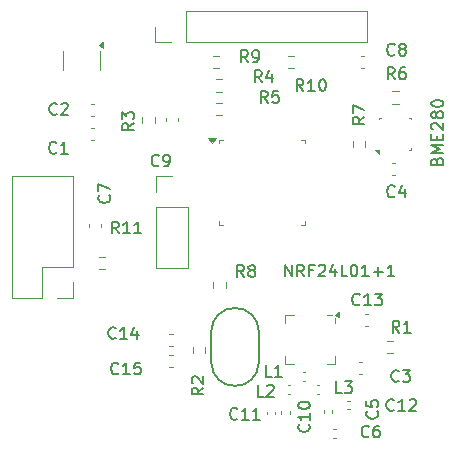
<source format=gbr>
%TF.GenerationSoftware,KiCad,Pcbnew,8.0.4*%
%TF.CreationDate,2024-11-27T18:51:44-06:00*%
%TF.ProjectId,TempReader_w_I2C.kicad_sch,54656d70-5265-4616-9465-725f775f4932,rev?*%
%TF.SameCoordinates,Original*%
%TF.FileFunction,Legend,Top*%
%TF.FilePolarity,Positive*%
%FSLAX46Y46*%
G04 Gerber Fmt 4.6, Leading zero omitted, Abs format (unit mm)*
G04 Created by KiCad (PCBNEW 8.0.4) date 2024-11-27 18:51:44*
%MOMM*%
%LPD*%
G01*
G04 APERTURE LIST*
%ADD10C,0.150000*%
%ADD11C,0.120000*%
%ADD12C,0.127000*%
%ADD13C,0.100000*%
G04 APERTURE END LIST*
D10*
X168873333Y-84739580D02*
X168825714Y-84787200D01*
X168825714Y-84787200D02*
X168682857Y-84834819D01*
X168682857Y-84834819D02*
X168587619Y-84834819D01*
X168587619Y-84834819D02*
X168444762Y-84787200D01*
X168444762Y-84787200D02*
X168349524Y-84691961D01*
X168349524Y-84691961D02*
X168301905Y-84596723D01*
X168301905Y-84596723D02*
X168254286Y-84406247D01*
X168254286Y-84406247D02*
X168254286Y-84263390D01*
X168254286Y-84263390D02*
X168301905Y-84072914D01*
X168301905Y-84072914D02*
X168349524Y-83977676D01*
X168349524Y-83977676D02*
X168444762Y-83882438D01*
X168444762Y-83882438D02*
X168587619Y-83834819D01*
X168587619Y-83834819D02*
X168682857Y-83834819D01*
X168682857Y-83834819D02*
X168825714Y-83882438D01*
X168825714Y-83882438D02*
X168873333Y-83930057D01*
X169349524Y-84834819D02*
X169540000Y-84834819D01*
X169540000Y-84834819D02*
X169635238Y-84787200D01*
X169635238Y-84787200D02*
X169682857Y-84739580D01*
X169682857Y-84739580D02*
X169778095Y-84596723D01*
X169778095Y-84596723D02*
X169825714Y-84406247D01*
X169825714Y-84406247D02*
X169825714Y-84025295D01*
X169825714Y-84025295D02*
X169778095Y-83930057D01*
X169778095Y-83930057D02*
X169730476Y-83882438D01*
X169730476Y-83882438D02*
X169635238Y-83834819D01*
X169635238Y-83834819D02*
X169444762Y-83834819D01*
X169444762Y-83834819D02*
X169349524Y-83882438D01*
X169349524Y-83882438D02*
X169301905Y-83930057D01*
X169301905Y-83930057D02*
X169254286Y-84025295D01*
X169254286Y-84025295D02*
X169254286Y-84263390D01*
X169254286Y-84263390D02*
X169301905Y-84358628D01*
X169301905Y-84358628D02*
X169349524Y-84406247D01*
X169349524Y-84406247D02*
X169444762Y-84453866D01*
X169444762Y-84453866D02*
X169635238Y-84453866D01*
X169635238Y-84453866D02*
X169730476Y-84406247D01*
X169730476Y-84406247D02*
X169778095Y-84358628D01*
X169778095Y-84358628D02*
X169825714Y-84263390D01*
X179540952Y-94154819D02*
X179540952Y-93154819D01*
X179540952Y-93154819D02*
X180112380Y-94154819D01*
X180112380Y-94154819D02*
X180112380Y-93154819D01*
X181159999Y-94154819D02*
X180826666Y-93678628D01*
X180588571Y-94154819D02*
X180588571Y-93154819D01*
X180588571Y-93154819D02*
X180969523Y-93154819D01*
X180969523Y-93154819D02*
X181064761Y-93202438D01*
X181064761Y-93202438D02*
X181112380Y-93250057D01*
X181112380Y-93250057D02*
X181159999Y-93345295D01*
X181159999Y-93345295D02*
X181159999Y-93488152D01*
X181159999Y-93488152D02*
X181112380Y-93583390D01*
X181112380Y-93583390D02*
X181064761Y-93631009D01*
X181064761Y-93631009D02*
X180969523Y-93678628D01*
X180969523Y-93678628D02*
X180588571Y-93678628D01*
X181921904Y-93631009D02*
X181588571Y-93631009D01*
X181588571Y-94154819D02*
X181588571Y-93154819D01*
X181588571Y-93154819D02*
X182064761Y-93154819D01*
X182398095Y-93250057D02*
X182445714Y-93202438D01*
X182445714Y-93202438D02*
X182540952Y-93154819D01*
X182540952Y-93154819D02*
X182779047Y-93154819D01*
X182779047Y-93154819D02*
X182874285Y-93202438D01*
X182874285Y-93202438D02*
X182921904Y-93250057D01*
X182921904Y-93250057D02*
X182969523Y-93345295D01*
X182969523Y-93345295D02*
X182969523Y-93440533D01*
X182969523Y-93440533D02*
X182921904Y-93583390D01*
X182921904Y-93583390D02*
X182350476Y-94154819D01*
X182350476Y-94154819D02*
X182969523Y-94154819D01*
X183826666Y-93488152D02*
X183826666Y-94154819D01*
X183588571Y-93107200D02*
X183350476Y-93821485D01*
X183350476Y-93821485D02*
X183969523Y-93821485D01*
X184826666Y-94154819D02*
X184350476Y-94154819D01*
X184350476Y-94154819D02*
X184350476Y-93154819D01*
X185350476Y-93154819D02*
X185445714Y-93154819D01*
X185445714Y-93154819D02*
X185540952Y-93202438D01*
X185540952Y-93202438D02*
X185588571Y-93250057D01*
X185588571Y-93250057D02*
X185636190Y-93345295D01*
X185636190Y-93345295D02*
X185683809Y-93535771D01*
X185683809Y-93535771D02*
X185683809Y-93773866D01*
X185683809Y-93773866D02*
X185636190Y-93964342D01*
X185636190Y-93964342D02*
X185588571Y-94059580D01*
X185588571Y-94059580D02*
X185540952Y-94107200D01*
X185540952Y-94107200D02*
X185445714Y-94154819D01*
X185445714Y-94154819D02*
X185350476Y-94154819D01*
X185350476Y-94154819D02*
X185255238Y-94107200D01*
X185255238Y-94107200D02*
X185207619Y-94059580D01*
X185207619Y-94059580D02*
X185160000Y-93964342D01*
X185160000Y-93964342D02*
X185112381Y-93773866D01*
X185112381Y-93773866D02*
X185112381Y-93535771D01*
X185112381Y-93535771D02*
X185160000Y-93345295D01*
X185160000Y-93345295D02*
X185207619Y-93250057D01*
X185207619Y-93250057D02*
X185255238Y-93202438D01*
X185255238Y-93202438D02*
X185350476Y-93154819D01*
X186636190Y-94154819D02*
X186064762Y-94154819D01*
X186350476Y-94154819D02*
X186350476Y-93154819D01*
X186350476Y-93154819D02*
X186255238Y-93297676D01*
X186255238Y-93297676D02*
X186160000Y-93392914D01*
X186160000Y-93392914D02*
X186064762Y-93440533D01*
X187064762Y-93773866D02*
X187826667Y-93773866D01*
X187445714Y-94154819D02*
X187445714Y-93392914D01*
X188826666Y-94154819D02*
X188255238Y-94154819D01*
X188540952Y-94154819D02*
X188540952Y-93154819D01*
X188540952Y-93154819D02*
X188445714Y-93297676D01*
X188445714Y-93297676D02*
X188350476Y-93392914D01*
X188350476Y-93392914D02*
X188255238Y-93440533D01*
X177743333Y-104334819D02*
X177267143Y-104334819D01*
X177267143Y-104334819D02*
X177267143Y-103334819D01*
X178029048Y-103430057D02*
X178076667Y-103382438D01*
X178076667Y-103382438D02*
X178171905Y-103334819D01*
X178171905Y-103334819D02*
X178410000Y-103334819D01*
X178410000Y-103334819D02*
X178505238Y-103382438D01*
X178505238Y-103382438D02*
X178552857Y-103430057D01*
X178552857Y-103430057D02*
X178600476Y-103525295D01*
X178600476Y-103525295D02*
X178600476Y-103620533D01*
X178600476Y-103620533D02*
X178552857Y-103763390D01*
X178552857Y-103763390D02*
X177981429Y-104334819D01*
X177981429Y-104334819D02*
X178600476Y-104334819D01*
X189233333Y-98904819D02*
X188900000Y-98428628D01*
X188661905Y-98904819D02*
X188661905Y-97904819D01*
X188661905Y-97904819D02*
X189042857Y-97904819D01*
X189042857Y-97904819D02*
X189138095Y-97952438D01*
X189138095Y-97952438D02*
X189185714Y-98000057D01*
X189185714Y-98000057D02*
X189233333Y-98095295D01*
X189233333Y-98095295D02*
X189233333Y-98238152D01*
X189233333Y-98238152D02*
X189185714Y-98333390D01*
X189185714Y-98333390D02*
X189138095Y-98381009D01*
X189138095Y-98381009D02*
X189042857Y-98428628D01*
X189042857Y-98428628D02*
X188661905Y-98428628D01*
X190185714Y-98904819D02*
X189614286Y-98904819D01*
X189900000Y-98904819D02*
X189900000Y-97904819D01*
X189900000Y-97904819D02*
X189804762Y-98047676D01*
X189804762Y-98047676D02*
X189709524Y-98142914D01*
X189709524Y-98142914D02*
X189614286Y-98190533D01*
X188833333Y-87359580D02*
X188785714Y-87407200D01*
X188785714Y-87407200D02*
X188642857Y-87454819D01*
X188642857Y-87454819D02*
X188547619Y-87454819D01*
X188547619Y-87454819D02*
X188404762Y-87407200D01*
X188404762Y-87407200D02*
X188309524Y-87311961D01*
X188309524Y-87311961D02*
X188261905Y-87216723D01*
X188261905Y-87216723D02*
X188214286Y-87026247D01*
X188214286Y-87026247D02*
X188214286Y-86883390D01*
X188214286Y-86883390D02*
X188261905Y-86692914D01*
X188261905Y-86692914D02*
X188309524Y-86597676D01*
X188309524Y-86597676D02*
X188404762Y-86502438D01*
X188404762Y-86502438D02*
X188547619Y-86454819D01*
X188547619Y-86454819D02*
X188642857Y-86454819D01*
X188642857Y-86454819D02*
X188785714Y-86502438D01*
X188785714Y-86502438D02*
X188833333Y-86550057D01*
X189690476Y-86788152D02*
X189690476Y-87454819D01*
X189452381Y-86407200D02*
X189214286Y-87121485D01*
X189214286Y-87121485D02*
X189833333Y-87121485D01*
X178083333Y-79454819D02*
X177750000Y-78978628D01*
X177511905Y-79454819D02*
X177511905Y-78454819D01*
X177511905Y-78454819D02*
X177892857Y-78454819D01*
X177892857Y-78454819D02*
X177988095Y-78502438D01*
X177988095Y-78502438D02*
X178035714Y-78550057D01*
X178035714Y-78550057D02*
X178083333Y-78645295D01*
X178083333Y-78645295D02*
X178083333Y-78788152D01*
X178083333Y-78788152D02*
X178035714Y-78883390D01*
X178035714Y-78883390D02*
X177988095Y-78931009D01*
X177988095Y-78931009D02*
X177892857Y-78978628D01*
X177892857Y-78978628D02*
X177511905Y-78978628D01*
X178988095Y-78454819D02*
X178511905Y-78454819D01*
X178511905Y-78454819D02*
X178464286Y-78931009D01*
X178464286Y-78931009D02*
X178511905Y-78883390D01*
X178511905Y-78883390D02*
X178607143Y-78835771D01*
X178607143Y-78835771D02*
X178845238Y-78835771D01*
X178845238Y-78835771D02*
X178940476Y-78883390D01*
X178940476Y-78883390D02*
X178988095Y-78931009D01*
X178988095Y-78931009D02*
X179035714Y-79026247D01*
X179035714Y-79026247D02*
X179035714Y-79264342D01*
X179035714Y-79264342D02*
X178988095Y-79359580D01*
X178988095Y-79359580D02*
X178940476Y-79407200D01*
X178940476Y-79407200D02*
X178845238Y-79454819D01*
X178845238Y-79454819D02*
X178607143Y-79454819D01*
X178607143Y-79454819D02*
X178511905Y-79407200D01*
X178511905Y-79407200D02*
X178464286Y-79359580D01*
X160193333Y-83659580D02*
X160145714Y-83707200D01*
X160145714Y-83707200D02*
X160002857Y-83754819D01*
X160002857Y-83754819D02*
X159907619Y-83754819D01*
X159907619Y-83754819D02*
X159764762Y-83707200D01*
X159764762Y-83707200D02*
X159669524Y-83611961D01*
X159669524Y-83611961D02*
X159621905Y-83516723D01*
X159621905Y-83516723D02*
X159574286Y-83326247D01*
X159574286Y-83326247D02*
X159574286Y-83183390D01*
X159574286Y-83183390D02*
X159621905Y-82992914D01*
X159621905Y-82992914D02*
X159669524Y-82897676D01*
X159669524Y-82897676D02*
X159764762Y-82802438D01*
X159764762Y-82802438D02*
X159907619Y-82754819D01*
X159907619Y-82754819D02*
X160002857Y-82754819D01*
X160002857Y-82754819D02*
X160145714Y-82802438D01*
X160145714Y-82802438D02*
X160193333Y-82850057D01*
X161145714Y-83754819D02*
X160574286Y-83754819D01*
X160860000Y-83754819D02*
X160860000Y-82754819D01*
X160860000Y-82754819D02*
X160764762Y-82897676D01*
X160764762Y-82897676D02*
X160669524Y-82992914D01*
X160669524Y-82992914D02*
X160574286Y-83040533D01*
X189183333Y-102979580D02*
X189135714Y-103027200D01*
X189135714Y-103027200D02*
X188992857Y-103074819D01*
X188992857Y-103074819D02*
X188897619Y-103074819D01*
X188897619Y-103074819D02*
X188754762Y-103027200D01*
X188754762Y-103027200D02*
X188659524Y-102931961D01*
X188659524Y-102931961D02*
X188611905Y-102836723D01*
X188611905Y-102836723D02*
X188564286Y-102646247D01*
X188564286Y-102646247D02*
X188564286Y-102503390D01*
X188564286Y-102503390D02*
X188611905Y-102312914D01*
X188611905Y-102312914D02*
X188659524Y-102217676D01*
X188659524Y-102217676D02*
X188754762Y-102122438D01*
X188754762Y-102122438D02*
X188897619Y-102074819D01*
X188897619Y-102074819D02*
X188992857Y-102074819D01*
X188992857Y-102074819D02*
X189135714Y-102122438D01*
X189135714Y-102122438D02*
X189183333Y-102170057D01*
X189516667Y-102074819D02*
X190135714Y-102074819D01*
X190135714Y-102074819D02*
X189802381Y-102455771D01*
X189802381Y-102455771D02*
X189945238Y-102455771D01*
X189945238Y-102455771D02*
X190040476Y-102503390D01*
X190040476Y-102503390D02*
X190088095Y-102551009D01*
X190088095Y-102551009D02*
X190135714Y-102646247D01*
X190135714Y-102646247D02*
X190135714Y-102884342D01*
X190135714Y-102884342D02*
X190088095Y-102979580D01*
X190088095Y-102979580D02*
X190040476Y-103027200D01*
X190040476Y-103027200D02*
X189945238Y-103074819D01*
X189945238Y-103074819D02*
X189659524Y-103074819D01*
X189659524Y-103074819D02*
X189564286Y-103027200D01*
X189564286Y-103027200D02*
X189516667Y-102979580D01*
X175517142Y-106189580D02*
X175469523Y-106237200D01*
X175469523Y-106237200D02*
X175326666Y-106284819D01*
X175326666Y-106284819D02*
X175231428Y-106284819D01*
X175231428Y-106284819D02*
X175088571Y-106237200D01*
X175088571Y-106237200D02*
X174993333Y-106141961D01*
X174993333Y-106141961D02*
X174945714Y-106046723D01*
X174945714Y-106046723D02*
X174898095Y-105856247D01*
X174898095Y-105856247D02*
X174898095Y-105713390D01*
X174898095Y-105713390D02*
X174945714Y-105522914D01*
X174945714Y-105522914D02*
X174993333Y-105427676D01*
X174993333Y-105427676D02*
X175088571Y-105332438D01*
X175088571Y-105332438D02*
X175231428Y-105284819D01*
X175231428Y-105284819D02*
X175326666Y-105284819D01*
X175326666Y-105284819D02*
X175469523Y-105332438D01*
X175469523Y-105332438D02*
X175517142Y-105380057D01*
X176469523Y-106284819D02*
X175898095Y-106284819D01*
X176183809Y-106284819D02*
X176183809Y-105284819D01*
X176183809Y-105284819D02*
X176088571Y-105427676D01*
X176088571Y-105427676D02*
X175993333Y-105522914D01*
X175993333Y-105522914D02*
X175898095Y-105570533D01*
X177421904Y-106284819D02*
X176850476Y-106284819D01*
X177136190Y-106284819D02*
X177136190Y-105284819D01*
X177136190Y-105284819D02*
X177040952Y-105427676D01*
X177040952Y-105427676D02*
X176945714Y-105522914D01*
X176945714Y-105522914D02*
X176850476Y-105570533D01*
X187359580Y-105566666D02*
X187407200Y-105614285D01*
X187407200Y-105614285D02*
X187454819Y-105757142D01*
X187454819Y-105757142D02*
X187454819Y-105852380D01*
X187454819Y-105852380D02*
X187407200Y-105995237D01*
X187407200Y-105995237D02*
X187311961Y-106090475D01*
X187311961Y-106090475D02*
X187216723Y-106138094D01*
X187216723Y-106138094D02*
X187026247Y-106185713D01*
X187026247Y-106185713D02*
X186883390Y-106185713D01*
X186883390Y-106185713D02*
X186692914Y-106138094D01*
X186692914Y-106138094D02*
X186597676Y-106090475D01*
X186597676Y-106090475D02*
X186502438Y-105995237D01*
X186502438Y-105995237D02*
X186454819Y-105852380D01*
X186454819Y-105852380D02*
X186454819Y-105757142D01*
X186454819Y-105757142D02*
X186502438Y-105614285D01*
X186502438Y-105614285D02*
X186550057Y-105566666D01*
X186454819Y-104661904D02*
X186454819Y-105138094D01*
X186454819Y-105138094D02*
X186931009Y-105185713D01*
X186931009Y-105185713D02*
X186883390Y-105138094D01*
X186883390Y-105138094D02*
X186835771Y-105042856D01*
X186835771Y-105042856D02*
X186835771Y-104804761D01*
X186835771Y-104804761D02*
X186883390Y-104709523D01*
X186883390Y-104709523D02*
X186931009Y-104661904D01*
X186931009Y-104661904D02*
X187026247Y-104614285D01*
X187026247Y-104614285D02*
X187264342Y-104614285D01*
X187264342Y-104614285D02*
X187359580Y-104661904D01*
X187359580Y-104661904D02*
X187407200Y-104709523D01*
X187407200Y-104709523D02*
X187454819Y-104804761D01*
X187454819Y-104804761D02*
X187454819Y-105042856D01*
X187454819Y-105042856D02*
X187407200Y-105138094D01*
X187407200Y-105138094D02*
X187359580Y-105185713D01*
X185877142Y-96519580D02*
X185829523Y-96567200D01*
X185829523Y-96567200D02*
X185686666Y-96614819D01*
X185686666Y-96614819D02*
X185591428Y-96614819D01*
X185591428Y-96614819D02*
X185448571Y-96567200D01*
X185448571Y-96567200D02*
X185353333Y-96471961D01*
X185353333Y-96471961D02*
X185305714Y-96376723D01*
X185305714Y-96376723D02*
X185258095Y-96186247D01*
X185258095Y-96186247D02*
X185258095Y-96043390D01*
X185258095Y-96043390D02*
X185305714Y-95852914D01*
X185305714Y-95852914D02*
X185353333Y-95757676D01*
X185353333Y-95757676D02*
X185448571Y-95662438D01*
X185448571Y-95662438D02*
X185591428Y-95614819D01*
X185591428Y-95614819D02*
X185686666Y-95614819D01*
X185686666Y-95614819D02*
X185829523Y-95662438D01*
X185829523Y-95662438D02*
X185877142Y-95710057D01*
X186829523Y-96614819D02*
X186258095Y-96614819D01*
X186543809Y-96614819D02*
X186543809Y-95614819D01*
X186543809Y-95614819D02*
X186448571Y-95757676D01*
X186448571Y-95757676D02*
X186353333Y-95852914D01*
X186353333Y-95852914D02*
X186258095Y-95900533D01*
X187162857Y-95614819D02*
X187781904Y-95614819D01*
X187781904Y-95614819D02*
X187448571Y-95995771D01*
X187448571Y-95995771D02*
X187591428Y-95995771D01*
X187591428Y-95995771D02*
X187686666Y-96043390D01*
X187686666Y-96043390D02*
X187734285Y-96091009D01*
X187734285Y-96091009D02*
X187781904Y-96186247D01*
X187781904Y-96186247D02*
X187781904Y-96424342D01*
X187781904Y-96424342D02*
X187734285Y-96519580D01*
X187734285Y-96519580D02*
X187686666Y-96567200D01*
X187686666Y-96567200D02*
X187591428Y-96614819D01*
X187591428Y-96614819D02*
X187305714Y-96614819D01*
X187305714Y-96614819D02*
X187210476Y-96567200D01*
X187210476Y-96567200D02*
X187162857Y-96519580D01*
X176413333Y-76014819D02*
X176080000Y-75538628D01*
X175841905Y-76014819D02*
X175841905Y-75014819D01*
X175841905Y-75014819D02*
X176222857Y-75014819D01*
X176222857Y-75014819D02*
X176318095Y-75062438D01*
X176318095Y-75062438D02*
X176365714Y-75110057D01*
X176365714Y-75110057D02*
X176413333Y-75205295D01*
X176413333Y-75205295D02*
X176413333Y-75348152D01*
X176413333Y-75348152D02*
X176365714Y-75443390D01*
X176365714Y-75443390D02*
X176318095Y-75491009D01*
X176318095Y-75491009D02*
X176222857Y-75538628D01*
X176222857Y-75538628D02*
X175841905Y-75538628D01*
X176889524Y-76014819D02*
X177080000Y-76014819D01*
X177080000Y-76014819D02*
X177175238Y-75967200D01*
X177175238Y-75967200D02*
X177222857Y-75919580D01*
X177222857Y-75919580D02*
X177318095Y-75776723D01*
X177318095Y-75776723D02*
X177365714Y-75586247D01*
X177365714Y-75586247D02*
X177365714Y-75205295D01*
X177365714Y-75205295D02*
X177318095Y-75110057D01*
X177318095Y-75110057D02*
X177270476Y-75062438D01*
X177270476Y-75062438D02*
X177175238Y-75014819D01*
X177175238Y-75014819D02*
X176984762Y-75014819D01*
X176984762Y-75014819D02*
X176889524Y-75062438D01*
X176889524Y-75062438D02*
X176841905Y-75110057D01*
X176841905Y-75110057D02*
X176794286Y-75205295D01*
X176794286Y-75205295D02*
X176794286Y-75443390D01*
X176794286Y-75443390D02*
X176841905Y-75538628D01*
X176841905Y-75538628D02*
X176889524Y-75586247D01*
X176889524Y-75586247D02*
X176984762Y-75633866D01*
X176984762Y-75633866D02*
X177175238Y-75633866D01*
X177175238Y-75633866D02*
X177270476Y-75586247D01*
X177270476Y-75586247D02*
X177318095Y-75538628D01*
X177318095Y-75538628D02*
X177365714Y-75443390D01*
X160233333Y-80384580D02*
X160185714Y-80432200D01*
X160185714Y-80432200D02*
X160042857Y-80479819D01*
X160042857Y-80479819D02*
X159947619Y-80479819D01*
X159947619Y-80479819D02*
X159804762Y-80432200D01*
X159804762Y-80432200D02*
X159709524Y-80336961D01*
X159709524Y-80336961D02*
X159661905Y-80241723D01*
X159661905Y-80241723D02*
X159614286Y-80051247D01*
X159614286Y-80051247D02*
X159614286Y-79908390D01*
X159614286Y-79908390D02*
X159661905Y-79717914D01*
X159661905Y-79717914D02*
X159709524Y-79622676D01*
X159709524Y-79622676D02*
X159804762Y-79527438D01*
X159804762Y-79527438D02*
X159947619Y-79479819D01*
X159947619Y-79479819D02*
X160042857Y-79479819D01*
X160042857Y-79479819D02*
X160185714Y-79527438D01*
X160185714Y-79527438D02*
X160233333Y-79575057D01*
X160614286Y-79575057D02*
X160661905Y-79527438D01*
X160661905Y-79527438D02*
X160757143Y-79479819D01*
X160757143Y-79479819D02*
X160995238Y-79479819D01*
X160995238Y-79479819D02*
X161090476Y-79527438D01*
X161090476Y-79527438D02*
X161138095Y-79575057D01*
X161138095Y-79575057D02*
X161185714Y-79670295D01*
X161185714Y-79670295D02*
X161185714Y-79765533D01*
X161185714Y-79765533D02*
X161138095Y-79908390D01*
X161138095Y-79908390D02*
X160566667Y-80479819D01*
X160566667Y-80479819D02*
X161185714Y-80479819D01*
X186653333Y-107689580D02*
X186605714Y-107737200D01*
X186605714Y-107737200D02*
X186462857Y-107784819D01*
X186462857Y-107784819D02*
X186367619Y-107784819D01*
X186367619Y-107784819D02*
X186224762Y-107737200D01*
X186224762Y-107737200D02*
X186129524Y-107641961D01*
X186129524Y-107641961D02*
X186081905Y-107546723D01*
X186081905Y-107546723D02*
X186034286Y-107356247D01*
X186034286Y-107356247D02*
X186034286Y-107213390D01*
X186034286Y-107213390D02*
X186081905Y-107022914D01*
X186081905Y-107022914D02*
X186129524Y-106927676D01*
X186129524Y-106927676D02*
X186224762Y-106832438D01*
X186224762Y-106832438D02*
X186367619Y-106784819D01*
X186367619Y-106784819D02*
X186462857Y-106784819D01*
X186462857Y-106784819D02*
X186605714Y-106832438D01*
X186605714Y-106832438D02*
X186653333Y-106880057D01*
X187510476Y-106784819D02*
X187320000Y-106784819D01*
X187320000Y-106784819D02*
X187224762Y-106832438D01*
X187224762Y-106832438D02*
X187177143Y-106880057D01*
X187177143Y-106880057D02*
X187081905Y-107022914D01*
X187081905Y-107022914D02*
X187034286Y-107213390D01*
X187034286Y-107213390D02*
X187034286Y-107594342D01*
X187034286Y-107594342D02*
X187081905Y-107689580D01*
X187081905Y-107689580D02*
X187129524Y-107737200D01*
X187129524Y-107737200D02*
X187224762Y-107784819D01*
X187224762Y-107784819D02*
X187415238Y-107784819D01*
X187415238Y-107784819D02*
X187510476Y-107737200D01*
X187510476Y-107737200D02*
X187558095Y-107689580D01*
X187558095Y-107689580D02*
X187605714Y-107594342D01*
X187605714Y-107594342D02*
X187605714Y-107356247D01*
X187605714Y-107356247D02*
X187558095Y-107261009D01*
X187558095Y-107261009D02*
X187510476Y-107213390D01*
X187510476Y-107213390D02*
X187415238Y-107165771D01*
X187415238Y-107165771D02*
X187224762Y-107165771D01*
X187224762Y-107165771D02*
X187129524Y-107213390D01*
X187129524Y-107213390D02*
X187081905Y-107261009D01*
X187081905Y-107261009D02*
X187034286Y-107356247D01*
X188833333Y-75359580D02*
X188785714Y-75407200D01*
X188785714Y-75407200D02*
X188642857Y-75454819D01*
X188642857Y-75454819D02*
X188547619Y-75454819D01*
X188547619Y-75454819D02*
X188404762Y-75407200D01*
X188404762Y-75407200D02*
X188309524Y-75311961D01*
X188309524Y-75311961D02*
X188261905Y-75216723D01*
X188261905Y-75216723D02*
X188214286Y-75026247D01*
X188214286Y-75026247D02*
X188214286Y-74883390D01*
X188214286Y-74883390D02*
X188261905Y-74692914D01*
X188261905Y-74692914D02*
X188309524Y-74597676D01*
X188309524Y-74597676D02*
X188404762Y-74502438D01*
X188404762Y-74502438D02*
X188547619Y-74454819D01*
X188547619Y-74454819D02*
X188642857Y-74454819D01*
X188642857Y-74454819D02*
X188785714Y-74502438D01*
X188785714Y-74502438D02*
X188833333Y-74550057D01*
X189404762Y-74883390D02*
X189309524Y-74835771D01*
X189309524Y-74835771D02*
X189261905Y-74788152D01*
X189261905Y-74788152D02*
X189214286Y-74692914D01*
X189214286Y-74692914D02*
X189214286Y-74645295D01*
X189214286Y-74645295D02*
X189261905Y-74550057D01*
X189261905Y-74550057D02*
X189309524Y-74502438D01*
X189309524Y-74502438D02*
X189404762Y-74454819D01*
X189404762Y-74454819D02*
X189595238Y-74454819D01*
X189595238Y-74454819D02*
X189690476Y-74502438D01*
X189690476Y-74502438D02*
X189738095Y-74550057D01*
X189738095Y-74550057D02*
X189785714Y-74645295D01*
X189785714Y-74645295D02*
X189785714Y-74692914D01*
X189785714Y-74692914D02*
X189738095Y-74788152D01*
X189738095Y-74788152D02*
X189690476Y-74835771D01*
X189690476Y-74835771D02*
X189595238Y-74883390D01*
X189595238Y-74883390D02*
X189404762Y-74883390D01*
X189404762Y-74883390D02*
X189309524Y-74931009D01*
X189309524Y-74931009D02*
X189261905Y-74978628D01*
X189261905Y-74978628D02*
X189214286Y-75073866D01*
X189214286Y-75073866D02*
X189214286Y-75264342D01*
X189214286Y-75264342D02*
X189261905Y-75359580D01*
X189261905Y-75359580D02*
X189309524Y-75407200D01*
X189309524Y-75407200D02*
X189404762Y-75454819D01*
X189404762Y-75454819D02*
X189595238Y-75454819D01*
X189595238Y-75454819D02*
X189690476Y-75407200D01*
X189690476Y-75407200D02*
X189738095Y-75359580D01*
X189738095Y-75359580D02*
X189785714Y-75264342D01*
X189785714Y-75264342D02*
X189785714Y-75073866D01*
X189785714Y-75073866D02*
X189738095Y-74978628D01*
X189738095Y-74978628D02*
X189690476Y-74931009D01*
X189690476Y-74931009D02*
X189595238Y-74883390D01*
X181569580Y-106682857D02*
X181617200Y-106730476D01*
X181617200Y-106730476D02*
X181664819Y-106873333D01*
X181664819Y-106873333D02*
X181664819Y-106968571D01*
X181664819Y-106968571D02*
X181617200Y-107111428D01*
X181617200Y-107111428D02*
X181521961Y-107206666D01*
X181521961Y-107206666D02*
X181426723Y-107254285D01*
X181426723Y-107254285D02*
X181236247Y-107301904D01*
X181236247Y-107301904D02*
X181093390Y-107301904D01*
X181093390Y-107301904D02*
X180902914Y-107254285D01*
X180902914Y-107254285D02*
X180807676Y-107206666D01*
X180807676Y-107206666D02*
X180712438Y-107111428D01*
X180712438Y-107111428D02*
X180664819Y-106968571D01*
X180664819Y-106968571D02*
X180664819Y-106873333D01*
X180664819Y-106873333D02*
X180712438Y-106730476D01*
X180712438Y-106730476D02*
X180760057Y-106682857D01*
X181664819Y-105730476D02*
X181664819Y-106301904D01*
X181664819Y-106016190D02*
X180664819Y-106016190D01*
X180664819Y-106016190D02*
X180807676Y-106111428D01*
X180807676Y-106111428D02*
X180902914Y-106206666D01*
X180902914Y-106206666D02*
X180950533Y-106301904D01*
X180664819Y-105111428D02*
X180664819Y-105016190D01*
X180664819Y-105016190D02*
X180712438Y-104920952D01*
X180712438Y-104920952D02*
X180760057Y-104873333D01*
X180760057Y-104873333D02*
X180855295Y-104825714D01*
X180855295Y-104825714D02*
X181045771Y-104778095D01*
X181045771Y-104778095D02*
X181283866Y-104778095D01*
X181283866Y-104778095D02*
X181474342Y-104825714D01*
X181474342Y-104825714D02*
X181569580Y-104873333D01*
X181569580Y-104873333D02*
X181617200Y-104920952D01*
X181617200Y-104920952D02*
X181664819Y-105016190D01*
X181664819Y-105016190D02*
X181664819Y-105111428D01*
X181664819Y-105111428D02*
X181617200Y-105206666D01*
X181617200Y-105206666D02*
X181569580Y-105254285D01*
X181569580Y-105254285D02*
X181474342Y-105301904D01*
X181474342Y-105301904D02*
X181283866Y-105349523D01*
X181283866Y-105349523D02*
X181045771Y-105349523D01*
X181045771Y-105349523D02*
X180855295Y-105301904D01*
X180855295Y-105301904D02*
X180760057Y-105254285D01*
X180760057Y-105254285D02*
X180712438Y-105206666D01*
X180712438Y-105206666D02*
X180664819Y-105111428D01*
X177583333Y-77704819D02*
X177250000Y-77228628D01*
X177011905Y-77704819D02*
X177011905Y-76704819D01*
X177011905Y-76704819D02*
X177392857Y-76704819D01*
X177392857Y-76704819D02*
X177488095Y-76752438D01*
X177488095Y-76752438D02*
X177535714Y-76800057D01*
X177535714Y-76800057D02*
X177583333Y-76895295D01*
X177583333Y-76895295D02*
X177583333Y-77038152D01*
X177583333Y-77038152D02*
X177535714Y-77133390D01*
X177535714Y-77133390D02*
X177488095Y-77181009D01*
X177488095Y-77181009D02*
X177392857Y-77228628D01*
X177392857Y-77228628D02*
X177011905Y-77228628D01*
X178440476Y-77038152D02*
X178440476Y-77704819D01*
X178202381Y-76657200D02*
X177964286Y-77371485D01*
X177964286Y-77371485D02*
X178583333Y-77371485D01*
X166754819Y-81196666D02*
X166278628Y-81529999D01*
X166754819Y-81768094D02*
X165754819Y-81768094D01*
X165754819Y-81768094D02*
X165754819Y-81387142D01*
X165754819Y-81387142D02*
X165802438Y-81291904D01*
X165802438Y-81291904D02*
X165850057Y-81244285D01*
X165850057Y-81244285D02*
X165945295Y-81196666D01*
X165945295Y-81196666D02*
X166088152Y-81196666D01*
X166088152Y-81196666D02*
X166183390Y-81244285D01*
X166183390Y-81244285D02*
X166231009Y-81291904D01*
X166231009Y-81291904D02*
X166278628Y-81387142D01*
X166278628Y-81387142D02*
X166278628Y-81768094D01*
X165754819Y-80863332D02*
X165754819Y-80244285D01*
X165754819Y-80244285D02*
X166135771Y-80577618D01*
X166135771Y-80577618D02*
X166135771Y-80434761D01*
X166135771Y-80434761D02*
X166183390Y-80339523D01*
X166183390Y-80339523D02*
X166231009Y-80291904D01*
X166231009Y-80291904D02*
X166326247Y-80244285D01*
X166326247Y-80244285D02*
X166564342Y-80244285D01*
X166564342Y-80244285D02*
X166659580Y-80291904D01*
X166659580Y-80291904D02*
X166707200Y-80339523D01*
X166707200Y-80339523D02*
X166754819Y-80434761D01*
X166754819Y-80434761D02*
X166754819Y-80720475D01*
X166754819Y-80720475D02*
X166707200Y-80815713D01*
X166707200Y-80815713D02*
X166659580Y-80863332D01*
X184373333Y-104044819D02*
X183897143Y-104044819D01*
X183897143Y-104044819D02*
X183897143Y-103044819D01*
X184611429Y-103044819D02*
X185230476Y-103044819D01*
X185230476Y-103044819D02*
X184897143Y-103425771D01*
X184897143Y-103425771D02*
X185040000Y-103425771D01*
X185040000Y-103425771D02*
X185135238Y-103473390D01*
X185135238Y-103473390D02*
X185182857Y-103521009D01*
X185182857Y-103521009D02*
X185230476Y-103616247D01*
X185230476Y-103616247D02*
X185230476Y-103854342D01*
X185230476Y-103854342D02*
X185182857Y-103949580D01*
X185182857Y-103949580D02*
X185135238Y-103997200D01*
X185135238Y-103997200D02*
X185040000Y-104044819D01*
X185040000Y-104044819D02*
X184754286Y-104044819D01*
X184754286Y-104044819D02*
X184659048Y-103997200D01*
X184659048Y-103997200D02*
X184611429Y-103949580D01*
X192431009Y-84380952D02*
X192478628Y-84238095D01*
X192478628Y-84238095D02*
X192526247Y-84190476D01*
X192526247Y-84190476D02*
X192621485Y-84142857D01*
X192621485Y-84142857D02*
X192764342Y-84142857D01*
X192764342Y-84142857D02*
X192859580Y-84190476D01*
X192859580Y-84190476D02*
X192907200Y-84238095D01*
X192907200Y-84238095D02*
X192954819Y-84333333D01*
X192954819Y-84333333D02*
X192954819Y-84714285D01*
X192954819Y-84714285D02*
X191954819Y-84714285D01*
X191954819Y-84714285D02*
X191954819Y-84380952D01*
X191954819Y-84380952D02*
X192002438Y-84285714D01*
X192002438Y-84285714D02*
X192050057Y-84238095D01*
X192050057Y-84238095D02*
X192145295Y-84190476D01*
X192145295Y-84190476D02*
X192240533Y-84190476D01*
X192240533Y-84190476D02*
X192335771Y-84238095D01*
X192335771Y-84238095D02*
X192383390Y-84285714D01*
X192383390Y-84285714D02*
X192431009Y-84380952D01*
X192431009Y-84380952D02*
X192431009Y-84714285D01*
X192954819Y-83714285D02*
X191954819Y-83714285D01*
X191954819Y-83714285D02*
X192669104Y-83380952D01*
X192669104Y-83380952D02*
X191954819Y-83047619D01*
X191954819Y-83047619D02*
X192954819Y-83047619D01*
X192431009Y-82571428D02*
X192431009Y-82238095D01*
X192954819Y-82095238D02*
X192954819Y-82571428D01*
X192954819Y-82571428D02*
X191954819Y-82571428D01*
X191954819Y-82571428D02*
X191954819Y-82095238D01*
X192050057Y-81714285D02*
X192002438Y-81666666D01*
X192002438Y-81666666D02*
X191954819Y-81571428D01*
X191954819Y-81571428D02*
X191954819Y-81333333D01*
X191954819Y-81333333D02*
X192002438Y-81238095D01*
X192002438Y-81238095D02*
X192050057Y-81190476D01*
X192050057Y-81190476D02*
X192145295Y-81142857D01*
X192145295Y-81142857D02*
X192240533Y-81142857D01*
X192240533Y-81142857D02*
X192383390Y-81190476D01*
X192383390Y-81190476D02*
X192954819Y-81761904D01*
X192954819Y-81761904D02*
X192954819Y-81142857D01*
X192383390Y-80571428D02*
X192335771Y-80666666D01*
X192335771Y-80666666D02*
X192288152Y-80714285D01*
X192288152Y-80714285D02*
X192192914Y-80761904D01*
X192192914Y-80761904D02*
X192145295Y-80761904D01*
X192145295Y-80761904D02*
X192050057Y-80714285D01*
X192050057Y-80714285D02*
X192002438Y-80666666D01*
X192002438Y-80666666D02*
X191954819Y-80571428D01*
X191954819Y-80571428D02*
X191954819Y-80380952D01*
X191954819Y-80380952D02*
X192002438Y-80285714D01*
X192002438Y-80285714D02*
X192050057Y-80238095D01*
X192050057Y-80238095D02*
X192145295Y-80190476D01*
X192145295Y-80190476D02*
X192192914Y-80190476D01*
X192192914Y-80190476D02*
X192288152Y-80238095D01*
X192288152Y-80238095D02*
X192335771Y-80285714D01*
X192335771Y-80285714D02*
X192383390Y-80380952D01*
X192383390Y-80380952D02*
X192383390Y-80571428D01*
X192383390Y-80571428D02*
X192431009Y-80666666D01*
X192431009Y-80666666D02*
X192478628Y-80714285D01*
X192478628Y-80714285D02*
X192573866Y-80761904D01*
X192573866Y-80761904D02*
X192764342Y-80761904D01*
X192764342Y-80761904D02*
X192859580Y-80714285D01*
X192859580Y-80714285D02*
X192907200Y-80666666D01*
X192907200Y-80666666D02*
X192954819Y-80571428D01*
X192954819Y-80571428D02*
X192954819Y-80380952D01*
X192954819Y-80380952D02*
X192907200Y-80285714D01*
X192907200Y-80285714D02*
X192859580Y-80238095D01*
X192859580Y-80238095D02*
X192764342Y-80190476D01*
X192764342Y-80190476D02*
X192573866Y-80190476D01*
X192573866Y-80190476D02*
X192478628Y-80238095D01*
X192478628Y-80238095D02*
X192431009Y-80285714D01*
X192431009Y-80285714D02*
X192383390Y-80380952D01*
X191954819Y-79571428D02*
X191954819Y-79476190D01*
X191954819Y-79476190D02*
X192002438Y-79380952D01*
X192002438Y-79380952D02*
X192050057Y-79333333D01*
X192050057Y-79333333D02*
X192145295Y-79285714D01*
X192145295Y-79285714D02*
X192335771Y-79238095D01*
X192335771Y-79238095D02*
X192573866Y-79238095D01*
X192573866Y-79238095D02*
X192764342Y-79285714D01*
X192764342Y-79285714D02*
X192859580Y-79333333D01*
X192859580Y-79333333D02*
X192907200Y-79380952D01*
X192907200Y-79380952D02*
X192954819Y-79476190D01*
X192954819Y-79476190D02*
X192954819Y-79571428D01*
X192954819Y-79571428D02*
X192907200Y-79666666D01*
X192907200Y-79666666D02*
X192859580Y-79714285D01*
X192859580Y-79714285D02*
X192764342Y-79761904D01*
X192764342Y-79761904D02*
X192573866Y-79809523D01*
X192573866Y-79809523D02*
X192335771Y-79809523D01*
X192335771Y-79809523D02*
X192145295Y-79761904D01*
X192145295Y-79761904D02*
X192050057Y-79714285D01*
X192050057Y-79714285D02*
X192002438Y-79666666D01*
X192002438Y-79666666D02*
X191954819Y-79571428D01*
X178423333Y-102644819D02*
X177947143Y-102644819D01*
X177947143Y-102644819D02*
X177947143Y-101644819D01*
X179280476Y-102644819D02*
X178709048Y-102644819D01*
X178994762Y-102644819D02*
X178994762Y-101644819D01*
X178994762Y-101644819D02*
X178899524Y-101787676D01*
X178899524Y-101787676D02*
X178804286Y-101882914D01*
X178804286Y-101882914D02*
X178709048Y-101930533D01*
X165477142Y-90514819D02*
X165143809Y-90038628D01*
X164905714Y-90514819D02*
X164905714Y-89514819D01*
X164905714Y-89514819D02*
X165286666Y-89514819D01*
X165286666Y-89514819D02*
X165381904Y-89562438D01*
X165381904Y-89562438D02*
X165429523Y-89610057D01*
X165429523Y-89610057D02*
X165477142Y-89705295D01*
X165477142Y-89705295D02*
X165477142Y-89848152D01*
X165477142Y-89848152D02*
X165429523Y-89943390D01*
X165429523Y-89943390D02*
X165381904Y-89991009D01*
X165381904Y-89991009D02*
X165286666Y-90038628D01*
X165286666Y-90038628D02*
X164905714Y-90038628D01*
X166429523Y-90514819D02*
X165858095Y-90514819D01*
X166143809Y-90514819D02*
X166143809Y-89514819D01*
X166143809Y-89514819D02*
X166048571Y-89657676D01*
X166048571Y-89657676D02*
X165953333Y-89752914D01*
X165953333Y-89752914D02*
X165858095Y-89800533D01*
X167381904Y-90514819D02*
X166810476Y-90514819D01*
X167096190Y-90514819D02*
X167096190Y-89514819D01*
X167096190Y-89514819D02*
X167000952Y-89657676D01*
X167000952Y-89657676D02*
X166905714Y-89752914D01*
X166905714Y-89752914D02*
X166810476Y-89800533D01*
X188767142Y-105439580D02*
X188719523Y-105487200D01*
X188719523Y-105487200D02*
X188576666Y-105534819D01*
X188576666Y-105534819D02*
X188481428Y-105534819D01*
X188481428Y-105534819D02*
X188338571Y-105487200D01*
X188338571Y-105487200D02*
X188243333Y-105391961D01*
X188243333Y-105391961D02*
X188195714Y-105296723D01*
X188195714Y-105296723D02*
X188148095Y-105106247D01*
X188148095Y-105106247D02*
X188148095Y-104963390D01*
X188148095Y-104963390D02*
X188195714Y-104772914D01*
X188195714Y-104772914D02*
X188243333Y-104677676D01*
X188243333Y-104677676D02*
X188338571Y-104582438D01*
X188338571Y-104582438D02*
X188481428Y-104534819D01*
X188481428Y-104534819D02*
X188576666Y-104534819D01*
X188576666Y-104534819D02*
X188719523Y-104582438D01*
X188719523Y-104582438D02*
X188767142Y-104630057D01*
X189719523Y-105534819D02*
X189148095Y-105534819D01*
X189433809Y-105534819D02*
X189433809Y-104534819D01*
X189433809Y-104534819D02*
X189338571Y-104677676D01*
X189338571Y-104677676D02*
X189243333Y-104772914D01*
X189243333Y-104772914D02*
X189148095Y-104820533D01*
X190100476Y-104630057D02*
X190148095Y-104582438D01*
X190148095Y-104582438D02*
X190243333Y-104534819D01*
X190243333Y-104534819D02*
X190481428Y-104534819D01*
X190481428Y-104534819D02*
X190576666Y-104582438D01*
X190576666Y-104582438D02*
X190624285Y-104630057D01*
X190624285Y-104630057D02*
X190671904Y-104725295D01*
X190671904Y-104725295D02*
X190671904Y-104820533D01*
X190671904Y-104820533D02*
X190624285Y-104963390D01*
X190624285Y-104963390D02*
X190052857Y-105534819D01*
X190052857Y-105534819D02*
X190671904Y-105534819D01*
X186274819Y-80646666D02*
X185798628Y-80979999D01*
X186274819Y-81218094D02*
X185274819Y-81218094D01*
X185274819Y-81218094D02*
X185274819Y-80837142D01*
X185274819Y-80837142D02*
X185322438Y-80741904D01*
X185322438Y-80741904D02*
X185370057Y-80694285D01*
X185370057Y-80694285D02*
X185465295Y-80646666D01*
X185465295Y-80646666D02*
X185608152Y-80646666D01*
X185608152Y-80646666D02*
X185703390Y-80694285D01*
X185703390Y-80694285D02*
X185751009Y-80741904D01*
X185751009Y-80741904D02*
X185798628Y-80837142D01*
X185798628Y-80837142D02*
X185798628Y-81218094D01*
X185274819Y-80313332D02*
X185274819Y-79646666D01*
X185274819Y-79646666D02*
X186274819Y-80075237D01*
X176083333Y-94204819D02*
X175750000Y-93728628D01*
X175511905Y-94204819D02*
X175511905Y-93204819D01*
X175511905Y-93204819D02*
X175892857Y-93204819D01*
X175892857Y-93204819D02*
X175988095Y-93252438D01*
X175988095Y-93252438D02*
X176035714Y-93300057D01*
X176035714Y-93300057D02*
X176083333Y-93395295D01*
X176083333Y-93395295D02*
X176083333Y-93538152D01*
X176083333Y-93538152D02*
X176035714Y-93633390D01*
X176035714Y-93633390D02*
X175988095Y-93681009D01*
X175988095Y-93681009D02*
X175892857Y-93728628D01*
X175892857Y-93728628D02*
X175511905Y-93728628D01*
X176654762Y-93633390D02*
X176559524Y-93585771D01*
X176559524Y-93585771D02*
X176511905Y-93538152D01*
X176511905Y-93538152D02*
X176464286Y-93442914D01*
X176464286Y-93442914D02*
X176464286Y-93395295D01*
X176464286Y-93395295D02*
X176511905Y-93300057D01*
X176511905Y-93300057D02*
X176559524Y-93252438D01*
X176559524Y-93252438D02*
X176654762Y-93204819D01*
X176654762Y-93204819D02*
X176845238Y-93204819D01*
X176845238Y-93204819D02*
X176940476Y-93252438D01*
X176940476Y-93252438D02*
X176988095Y-93300057D01*
X176988095Y-93300057D02*
X177035714Y-93395295D01*
X177035714Y-93395295D02*
X177035714Y-93442914D01*
X177035714Y-93442914D02*
X176988095Y-93538152D01*
X176988095Y-93538152D02*
X176940476Y-93585771D01*
X176940476Y-93585771D02*
X176845238Y-93633390D01*
X176845238Y-93633390D02*
X176654762Y-93633390D01*
X176654762Y-93633390D02*
X176559524Y-93681009D01*
X176559524Y-93681009D02*
X176511905Y-93728628D01*
X176511905Y-93728628D02*
X176464286Y-93823866D01*
X176464286Y-93823866D02*
X176464286Y-94014342D01*
X176464286Y-94014342D02*
X176511905Y-94109580D01*
X176511905Y-94109580D02*
X176559524Y-94157200D01*
X176559524Y-94157200D02*
X176654762Y-94204819D01*
X176654762Y-94204819D02*
X176845238Y-94204819D01*
X176845238Y-94204819D02*
X176940476Y-94157200D01*
X176940476Y-94157200D02*
X176988095Y-94109580D01*
X176988095Y-94109580D02*
X177035714Y-94014342D01*
X177035714Y-94014342D02*
X177035714Y-93823866D01*
X177035714Y-93823866D02*
X176988095Y-93728628D01*
X176988095Y-93728628D02*
X176940476Y-93681009D01*
X176940476Y-93681009D02*
X176845238Y-93633390D01*
X172654819Y-103566666D02*
X172178628Y-103899999D01*
X172654819Y-104138094D02*
X171654819Y-104138094D01*
X171654819Y-104138094D02*
X171654819Y-103757142D01*
X171654819Y-103757142D02*
X171702438Y-103661904D01*
X171702438Y-103661904D02*
X171750057Y-103614285D01*
X171750057Y-103614285D02*
X171845295Y-103566666D01*
X171845295Y-103566666D02*
X171988152Y-103566666D01*
X171988152Y-103566666D02*
X172083390Y-103614285D01*
X172083390Y-103614285D02*
X172131009Y-103661904D01*
X172131009Y-103661904D02*
X172178628Y-103757142D01*
X172178628Y-103757142D02*
X172178628Y-104138094D01*
X171750057Y-103185713D02*
X171702438Y-103138094D01*
X171702438Y-103138094D02*
X171654819Y-103042856D01*
X171654819Y-103042856D02*
X171654819Y-102804761D01*
X171654819Y-102804761D02*
X171702438Y-102709523D01*
X171702438Y-102709523D02*
X171750057Y-102661904D01*
X171750057Y-102661904D02*
X171845295Y-102614285D01*
X171845295Y-102614285D02*
X171940533Y-102614285D01*
X171940533Y-102614285D02*
X172083390Y-102661904D01*
X172083390Y-102661904D02*
X172654819Y-103233332D01*
X172654819Y-103233332D02*
X172654819Y-102614285D01*
X188833333Y-77454819D02*
X188500000Y-76978628D01*
X188261905Y-77454819D02*
X188261905Y-76454819D01*
X188261905Y-76454819D02*
X188642857Y-76454819D01*
X188642857Y-76454819D02*
X188738095Y-76502438D01*
X188738095Y-76502438D02*
X188785714Y-76550057D01*
X188785714Y-76550057D02*
X188833333Y-76645295D01*
X188833333Y-76645295D02*
X188833333Y-76788152D01*
X188833333Y-76788152D02*
X188785714Y-76883390D01*
X188785714Y-76883390D02*
X188738095Y-76931009D01*
X188738095Y-76931009D02*
X188642857Y-76978628D01*
X188642857Y-76978628D02*
X188261905Y-76978628D01*
X189690476Y-76454819D02*
X189500000Y-76454819D01*
X189500000Y-76454819D02*
X189404762Y-76502438D01*
X189404762Y-76502438D02*
X189357143Y-76550057D01*
X189357143Y-76550057D02*
X189261905Y-76692914D01*
X189261905Y-76692914D02*
X189214286Y-76883390D01*
X189214286Y-76883390D02*
X189214286Y-77264342D01*
X189214286Y-77264342D02*
X189261905Y-77359580D01*
X189261905Y-77359580D02*
X189309524Y-77407200D01*
X189309524Y-77407200D02*
X189404762Y-77454819D01*
X189404762Y-77454819D02*
X189595238Y-77454819D01*
X189595238Y-77454819D02*
X189690476Y-77407200D01*
X189690476Y-77407200D02*
X189738095Y-77359580D01*
X189738095Y-77359580D02*
X189785714Y-77264342D01*
X189785714Y-77264342D02*
X189785714Y-77026247D01*
X189785714Y-77026247D02*
X189738095Y-76931009D01*
X189738095Y-76931009D02*
X189690476Y-76883390D01*
X189690476Y-76883390D02*
X189595238Y-76835771D01*
X189595238Y-76835771D02*
X189404762Y-76835771D01*
X189404762Y-76835771D02*
X189309524Y-76883390D01*
X189309524Y-76883390D02*
X189261905Y-76931009D01*
X189261905Y-76931009D02*
X189214286Y-77026247D01*
X165457142Y-102349580D02*
X165409523Y-102397200D01*
X165409523Y-102397200D02*
X165266666Y-102444819D01*
X165266666Y-102444819D02*
X165171428Y-102444819D01*
X165171428Y-102444819D02*
X165028571Y-102397200D01*
X165028571Y-102397200D02*
X164933333Y-102301961D01*
X164933333Y-102301961D02*
X164885714Y-102206723D01*
X164885714Y-102206723D02*
X164838095Y-102016247D01*
X164838095Y-102016247D02*
X164838095Y-101873390D01*
X164838095Y-101873390D02*
X164885714Y-101682914D01*
X164885714Y-101682914D02*
X164933333Y-101587676D01*
X164933333Y-101587676D02*
X165028571Y-101492438D01*
X165028571Y-101492438D02*
X165171428Y-101444819D01*
X165171428Y-101444819D02*
X165266666Y-101444819D01*
X165266666Y-101444819D02*
X165409523Y-101492438D01*
X165409523Y-101492438D02*
X165457142Y-101540057D01*
X166409523Y-102444819D02*
X165838095Y-102444819D01*
X166123809Y-102444819D02*
X166123809Y-101444819D01*
X166123809Y-101444819D02*
X166028571Y-101587676D01*
X166028571Y-101587676D02*
X165933333Y-101682914D01*
X165933333Y-101682914D02*
X165838095Y-101730533D01*
X167314285Y-101444819D02*
X166838095Y-101444819D01*
X166838095Y-101444819D02*
X166790476Y-101921009D01*
X166790476Y-101921009D02*
X166838095Y-101873390D01*
X166838095Y-101873390D02*
X166933333Y-101825771D01*
X166933333Y-101825771D02*
X167171428Y-101825771D01*
X167171428Y-101825771D02*
X167266666Y-101873390D01*
X167266666Y-101873390D02*
X167314285Y-101921009D01*
X167314285Y-101921009D02*
X167361904Y-102016247D01*
X167361904Y-102016247D02*
X167361904Y-102254342D01*
X167361904Y-102254342D02*
X167314285Y-102349580D01*
X167314285Y-102349580D02*
X167266666Y-102397200D01*
X167266666Y-102397200D02*
X167171428Y-102444819D01*
X167171428Y-102444819D02*
X166933333Y-102444819D01*
X166933333Y-102444819D02*
X166838095Y-102397200D01*
X166838095Y-102397200D02*
X166790476Y-102349580D01*
X165227142Y-99359580D02*
X165179523Y-99407200D01*
X165179523Y-99407200D02*
X165036666Y-99454819D01*
X165036666Y-99454819D02*
X164941428Y-99454819D01*
X164941428Y-99454819D02*
X164798571Y-99407200D01*
X164798571Y-99407200D02*
X164703333Y-99311961D01*
X164703333Y-99311961D02*
X164655714Y-99216723D01*
X164655714Y-99216723D02*
X164608095Y-99026247D01*
X164608095Y-99026247D02*
X164608095Y-98883390D01*
X164608095Y-98883390D02*
X164655714Y-98692914D01*
X164655714Y-98692914D02*
X164703333Y-98597676D01*
X164703333Y-98597676D02*
X164798571Y-98502438D01*
X164798571Y-98502438D02*
X164941428Y-98454819D01*
X164941428Y-98454819D02*
X165036666Y-98454819D01*
X165036666Y-98454819D02*
X165179523Y-98502438D01*
X165179523Y-98502438D02*
X165227142Y-98550057D01*
X166179523Y-99454819D02*
X165608095Y-99454819D01*
X165893809Y-99454819D02*
X165893809Y-98454819D01*
X165893809Y-98454819D02*
X165798571Y-98597676D01*
X165798571Y-98597676D02*
X165703333Y-98692914D01*
X165703333Y-98692914D02*
X165608095Y-98740533D01*
X167036666Y-98788152D02*
X167036666Y-99454819D01*
X166798571Y-98407200D02*
X166560476Y-99121485D01*
X166560476Y-99121485D02*
X167179523Y-99121485D01*
X164669580Y-87296666D02*
X164717200Y-87344285D01*
X164717200Y-87344285D02*
X164764819Y-87487142D01*
X164764819Y-87487142D02*
X164764819Y-87582380D01*
X164764819Y-87582380D02*
X164717200Y-87725237D01*
X164717200Y-87725237D02*
X164621961Y-87820475D01*
X164621961Y-87820475D02*
X164526723Y-87868094D01*
X164526723Y-87868094D02*
X164336247Y-87915713D01*
X164336247Y-87915713D02*
X164193390Y-87915713D01*
X164193390Y-87915713D02*
X164002914Y-87868094D01*
X164002914Y-87868094D02*
X163907676Y-87820475D01*
X163907676Y-87820475D02*
X163812438Y-87725237D01*
X163812438Y-87725237D02*
X163764819Y-87582380D01*
X163764819Y-87582380D02*
X163764819Y-87487142D01*
X163764819Y-87487142D02*
X163812438Y-87344285D01*
X163812438Y-87344285D02*
X163860057Y-87296666D01*
X163764819Y-86963332D02*
X163764819Y-86296666D01*
X163764819Y-86296666D02*
X164764819Y-86725237D01*
X181107142Y-78454819D02*
X180773809Y-77978628D01*
X180535714Y-78454819D02*
X180535714Y-77454819D01*
X180535714Y-77454819D02*
X180916666Y-77454819D01*
X180916666Y-77454819D02*
X181011904Y-77502438D01*
X181011904Y-77502438D02*
X181059523Y-77550057D01*
X181059523Y-77550057D02*
X181107142Y-77645295D01*
X181107142Y-77645295D02*
X181107142Y-77788152D01*
X181107142Y-77788152D02*
X181059523Y-77883390D01*
X181059523Y-77883390D02*
X181011904Y-77931009D01*
X181011904Y-77931009D02*
X180916666Y-77978628D01*
X180916666Y-77978628D02*
X180535714Y-77978628D01*
X182059523Y-78454819D02*
X181488095Y-78454819D01*
X181773809Y-78454819D02*
X181773809Y-77454819D01*
X181773809Y-77454819D02*
X181678571Y-77597676D01*
X181678571Y-77597676D02*
X181583333Y-77692914D01*
X181583333Y-77692914D02*
X181488095Y-77740533D01*
X182678571Y-77454819D02*
X182773809Y-77454819D01*
X182773809Y-77454819D02*
X182869047Y-77502438D01*
X182869047Y-77502438D02*
X182916666Y-77550057D01*
X182916666Y-77550057D02*
X182964285Y-77645295D01*
X182964285Y-77645295D02*
X183011904Y-77835771D01*
X183011904Y-77835771D02*
X183011904Y-78073866D01*
X183011904Y-78073866D02*
X182964285Y-78264342D01*
X182964285Y-78264342D02*
X182916666Y-78359580D01*
X182916666Y-78359580D02*
X182869047Y-78407200D01*
X182869047Y-78407200D02*
X182773809Y-78454819D01*
X182773809Y-78454819D02*
X182678571Y-78454819D01*
X182678571Y-78454819D02*
X182583333Y-78407200D01*
X182583333Y-78407200D02*
X182535714Y-78359580D01*
X182535714Y-78359580D02*
X182488095Y-78264342D01*
X182488095Y-78264342D02*
X182440476Y-78073866D01*
X182440476Y-78073866D02*
X182440476Y-77835771D01*
X182440476Y-77835771D02*
X182488095Y-77645295D01*
X182488095Y-77645295D02*
X182535714Y-77550057D01*
X182535714Y-77550057D02*
X182583333Y-77502438D01*
X182583333Y-77502438D02*
X182678571Y-77454819D01*
D11*
%TO.C,C9*%
X169490000Y-81008767D02*
X169490000Y-80716233D01*
X170510000Y-81008767D02*
X170510000Y-80716233D01*
%TO.C,NRF24L01+1*%
X179590000Y-97390000D02*
X180315000Y-97390000D01*
X179590000Y-98115000D02*
X179590000Y-97390000D01*
X179590000Y-100885000D02*
X179590000Y-101610000D01*
X179590000Y-101610000D02*
X180315000Y-101610000D01*
X183085000Y-97390000D02*
X183570000Y-97390000D01*
X183810000Y-98115000D02*
X183810000Y-97690000D01*
X183810000Y-100885000D02*
X183810000Y-101610000D01*
X183810000Y-101610000D02*
X183085000Y-101610000D01*
X184140000Y-97630000D02*
X183810000Y-97390000D01*
X184140000Y-97150000D01*
X184140000Y-97630000D01*
G36*
X184140000Y-97630000D02*
G01*
X183810000Y-97390000D01*
X184140000Y-97150000D01*
X184140000Y-97630000D01*
G37*
%TO.C,L2*%
X180002700Y-103380000D02*
X179802300Y-103380000D01*
X180002700Y-104100000D02*
X179802300Y-104100000D01*
%TO.C,R1*%
X188157776Y-99602500D02*
X188667224Y-99602500D01*
X188157776Y-100647500D02*
X188667224Y-100647500D01*
%TO.C,C4*%
X188883767Y-84577500D02*
X188591233Y-84577500D01*
X188883767Y-85597500D02*
X188591233Y-85597500D01*
%TO.C,R5*%
X174254724Y-79477500D02*
X173745276Y-79477500D01*
X174254724Y-80522500D02*
X173745276Y-80522500D01*
%TO.C,C1*%
X163408767Y-81565000D02*
X163116233Y-81565000D01*
X163408767Y-82585000D02*
X163116233Y-82585000D01*
%TO.C,C3*%
X186108767Y-101415000D02*
X185816233Y-101415000D01*
X186108767Y-102435000D02*
X185816233Y-102435000D01*
%TO.C,C11*%
X178000000Y-105843335D02*
X178000000Y-105611665D01*
X178720000Y-105843335D02*
X178720000Y-105611665D01*
%TO.C,C5*%
X182840000Y-105501665D02*
X182840000Y-105733335D01*
X183560000Y-105501665D02*
X183560000Y-105733335D01*
%TO.C,J2*%
X168590000Y-74330000D02*
X168590000Y-73000000D01*
X169920000Y-74330000D02*
X168590000Y-74330000D01*
X171190000Y-71670000D02*
X186490000Y-71670000D01*
X171190000Y-74330000D02*
X171190000Y-71670000D01*
X171190000Y-74330000D02*
X186490000Y-74330000D01*
X186490000Y-74330000D02*
X186490000Y-71670000D01*
%TO.C,C13*%
X186608767Y-97365000D02*
X186316233Y-97365000D01*
X186608767Y-98385000D02*
X186316233Y-98385000D01*
%TO.C,R9*%
X173452776Y-75477500D02*
X173962224Y-75477500D01*
X173452776Y-76522500D02*
X173962224Y-76522500D01*
%TO.C,STM32F030R8*%
X173990000Y-82565000D02*
X173990000Y-82865000D01*
X173990000Y-89785000D02*
X173990000Y-89485000D01*
X174290000Y-82565000D02*
X173990000Y-82565000D01*
X174290000Y-89785000D02*
X173990000Y-89785000D01*
X180910000Y-82565000D02*
X181210000Y-82565000D01*
X180910000Y-89785000D02*
X181210000Y-89785000D01*
X181210000Y-82565000D02*
X181210000Y-82865000D01*
X181210000Y-89785000D02*
X181210000Y-89485000D01*
X173387500Y-82865000D02*
X173047500Y-82395000D01*
X173727500Y-82395000D01*
X173387500Y-82865000D01*
G36*
X173387500Y-82865000D02*
G01*
X173047500Y-82395000D01*
X173727500Y-82395000D01*
X173387500Y-82865000D01*
G37*
%TO.C,C2*%
X163408767Y-79565000D02*
X163116233Y-79565000D01*
X163408767Y-80585000D02*
X163116233Y-80585000D01*
%TO.C,C6*%
X183656665Y-107080000D02*
X183888335Y-107080000D01*
X183656665Y-107800000D02*
X183888335Y-107800000D01*
%TO.C,UART1*%
X168670000Y-85670000D02*
X170000000Y-85670000D01*
X168670000Y-87000000D02*
X168670000Y-85670000D01*
X168670000Y-88270000D02*
X168670000Y-93410000D01*
X168670000Y-88270000D02*
X171330000Y-88270000D01*
X168670000Y-93410000D02*
X171330000Y-93410000D01*
X171330000Y-88270000D02*
X171330000Y-93410000D01*
D12*
%TO.C,Y1*%
X173325000Y-98725000D02*
X173325000Y-101525000D01*
X177325000Y-101525000D02*
X177325000Y-98725000D01*
X173325000Y-98725000D02*
G75*
G02*
X175325000Y-96825000I1949999J-49999D01*
G01*
X175325000Y-96825000D02*
G75*
G02*
X177325000Y-98725000I50001J-1949999D01*
G01*
X175325000Y-103425000D02*
G75*
G02*
X173325000Y-101525000I-50000J1950000D01*
G01*
X177325000Y-101525000D02*
G75*
G02*
X175325000Y-103425000I-1950000J50000D01*
G01*
D11*
%TO.C,C8*%
X186283767Y-75490000D02*
X185991233Y-75490000D01*
X186283767Y-76510000D02*
X185991233Y-76510000D01*
%TO.C,C10*%
X179230000Y-105793335D02*
X179230000Y-105561665D01*
X179950000Y-105793335D02*
X179950000Y-105561665D01*
%TO.C,R4*%
X173745276Y-77477500D02*
X174254724Y-77477500D01*
X173745276Y-78522500D02*
X174254724Y-78522500D01*
%TO.C,R3*%
X167477500Y-80657776D02*
X167477500Y-81167224D01*
X168522500Y-80657776D02*
X168522500Y-81167224D01*
%TO.C,U5*%
X160740000Y-75887500D02*
X160740000Y-75087500D01*
X160740000Y-75887500D02*
X160740000Y-76687500D01*
X163860000Y-75887500D02*
X163860000Y-75087500D01*
X163860000Y-75887500D02*
X163860000Y-76687500D01*
X164140000Y-74827500D02*
X163810000Y-74587500D01*
X164140000Y-74347500D01*
X164140000Y-74827500D01*
G36*
X164140000Y-74827500D02*
G01*
X163810000Y-74587500D01*
X164140000Y-74347500D01*
X164140000Y-74827500D01*
G37*
%TO.C,L3*%
X182432700Y-103370000D02*
X182232300Y-103370000D01*
X182432700Y-104090000D02*
X182232300Y-104090000D01*
D13*
%TO.C,BME280*%
X187500000Y-80712500D02*
X187650000Y-80712500D01*
X187500000Y-80862500D02*
X187500000Y-80712500D01*
X190200000Y-80712500D02*
X190050000Y-80712500D01*
X190200000Y-80712500D02*
X190200000Y-80862500D01*
X190200000Y-83412500D02*
X190050000Y-83412500D01*
X190210000Y-83412500D02*
X190210000Y-83262500D01*
D11*
X187500000Y-83772500D02*
X187140000Y-83412500D01*
X187500000Y-83412500D01*
X187500000Y-83772500D01*
G36*
X187500000Y-83772500D02*
G01*
X187140000Y-83412500D01*
X187500000Y-83412500D01*
X187500000Y-83772500D01*
G37*
%TO.C,L1*%
X181092300Y-102260000D02*
X181292700Y-102260000D01*
X181092300Y-102980000D02*
X181292700Y-102980000D01*
%TO.C,R11*%
X164342224Y-92477500D02*
X163832776Y-92477500D01*
X164342224Y-93522500D02*
X163832776Y-93522500D01*
%TO.C,C12*%
X184836665Y-104700000D02*
X185068335Y-104700000D01*
X184836665Y-105420000D02*
X185068335Y-105420000D01*
%TO.C,J1*%
X156405000Y-95950000D02*
X156405000Y-85670000D01*
X159005000Y-93350000D02*
X159005000Y-95950000D01*
X159005000Y-95950000D02*
X156405000Y-95950000D01*
X161605000Y-85670000D02*
X156405000Y-85670000D01*
X161605000Y-93350000D02*
X159005000Y-93350000D01*
X161605000Y-93350000D02*
X161605000Y-85670000D01*
X161605000Y-94620000D02*
X161605000Y-95950000D01*
X161605000Y-95950000D02*
X160275000Y-95950000D01*
%TO.C,R7*%
X185302500Y-83167224D02*
X185302500Y-82657776D01*
X186347500Y-83167224D02*
X186347500Y-82657776D01*
%TO.C,R8*%
X173477500Y-94657776D02*
X173477500Y-95167224D01*
X174522500Y-94657776D02*
X174522500Y-95167224D01*
%TO.C,R2*%
X171757500Y-100092776D02*
X171757500Y-100602224D01*
X172802500Y-100092776D02*
X172802500Y-100602224D01*
%TO.C,R6*%
X189167224Y-78477500D02*
X188657776Y-78477500D01*
X189167224Y-79522500D02*
X188657776Y-79522500D01*
%TO.C,C15*%
X170033767Y-100830000D02*
X169741233Y-100830000D01*
X170033767Y-101850000D02*
X169741233Y-101850000D01*
%TO.C,C14*%
X170033767Y-98990000D02*
X169741233Y-98990000D01*
X170033767Y-100010000D02*
X169741233Y-100010000D01*
%TO.C,C7*%
X162990000Y-89716233D02*
X162990000Y-90008767D01*
X164010000Y-89716233D02*
X164010000Y-90008767D01*
%TO.C,R10*%
X180342224Y-75477500D02*
X179832776Y-75477500D01*
X180342224Y-76522500D02*
X179832776Y-76522500D01*
%TD*%
M02*

</source>
